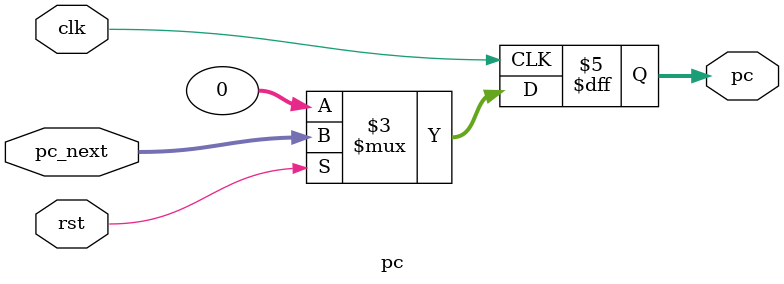
<source format=v>
module pc(clk,rst,pc,pc_next);
input clk,rst;
input [31:0]pc_next;
output reg[31:0]pc;

always@(posedge clk)
begin
if(rst)
    pc<=pc_next;
else 
    pc<=32'b0;
end
endmodule

</source>
